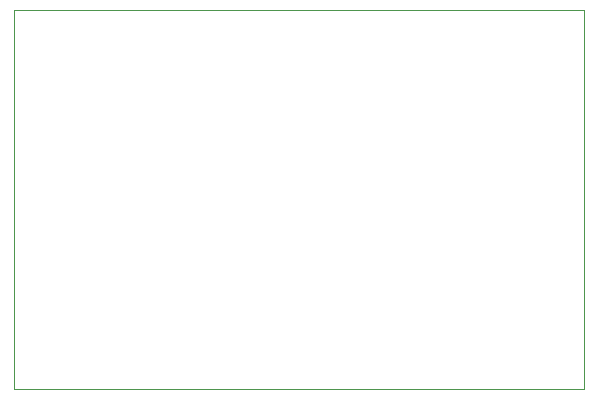
<source format=gbr>
G04*
G04 #@! TF.GenerationSoftware,Altium Limited,Altium Designer,25.8.1 (18)*
G04*
G04 Layer_Color=0*
%FSLAX25Y25*%
%MOIN*%
G70*
G04*
G04 #@! TF.SameCoordinates,7B14AC28-D965-4A85-B311-1C3B9A759C65*
G04*
G04*
G04 #@! TF.FilePolarity,Positive*
G04*
G01*
G75*
%ADD49C,0.00100*%
D49*
X115500Y373500D02*
Y500000D01*
X305500D01*
Y373500D01*
X115500D01*
M02*

</source>
